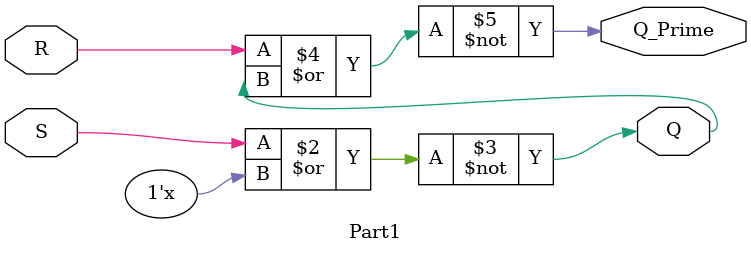
<source format=v>
`timescale 1ns / 1ps

// Non-gated SR-Latch
module Part1(
    input S,
    input R,
    output reg Q,
    output reg Q_Prime
    );
    always@(*)begin
        Q = ~(S | Q_Prime);
        Q_Prime = ~(R | Q);
    end
endmodule

</source>
